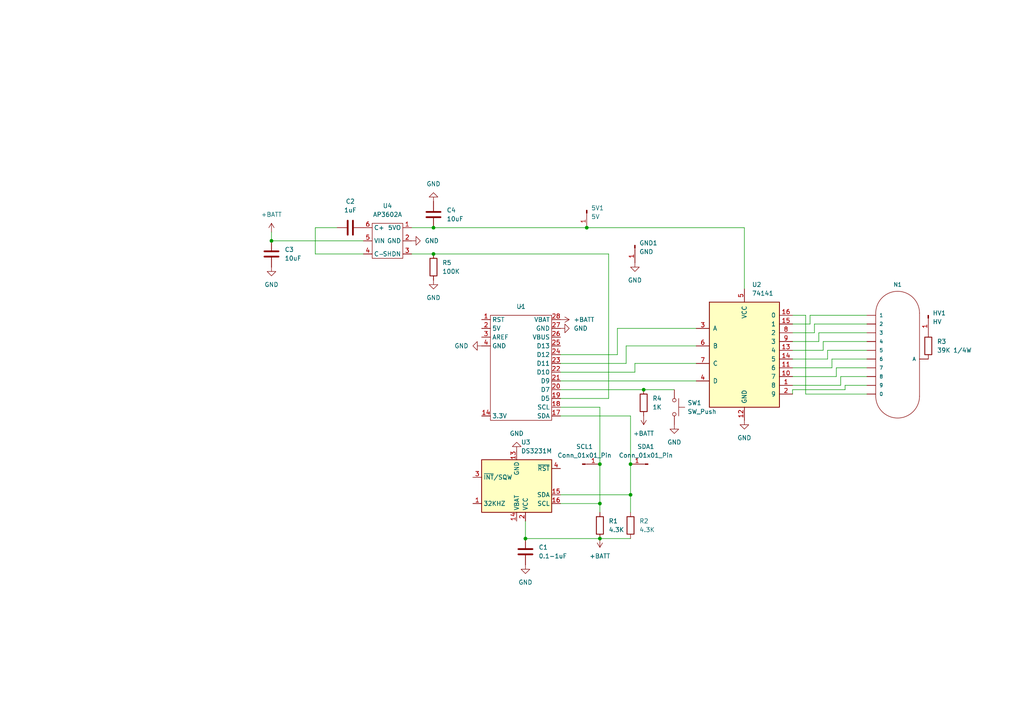
<source format=kicad_sch>
(kicad_sch (version 20230121) (generator eeschema)
  (paper "A4")
  (lib_symbols
    (symbol "CPU:Adafruit_ItsyBitsy"
      (property "Reference" "U" (at 8.89 1.27 0))
      (symbol "Adafruit_ItsyBitsy_0_1"
        (rectangle (start 0 0) (end 17.78 -30.48))
        (rectangle (start 2.54 0) (end 3.81 0))
        (rectangle (start 3.81 0) (end 13.97 0))
        (rectangle (start 13.97 0) (end 16.51 0))
      )
      (symbol "Adafruit_ItsyBitsy_1_1"
        (pin free line (at -2.54 -1.27 0) (length 2.54) (name "RST") (number "1"))
        (pin free line (at -2.54 -29.21 0) (length 2.54) (name "3.3V") (number "14"))
        (pin free line (at 20.32 -29.21 180) (length 2.54) (name "SDA") (number "17"))
        (pin free line (at 20.32 -26.67 180) (length 2.54) (name "SCL") (number "18"))
        (pin free line (at 20.32 -24.13 180) (length 2.54) (name "D5") (number "19"))
        (pin free line (at -2.54 -3.81 0) (length 2.54) (name "5V") (number "2"))
        (pin free line (at 20.32 -21.59 180) (length 2.54) (name "D7") (number "20"))
        (pin free line (at 20.32 -19.05 180) (length 2.54) (name "D9") (number "21"))
        (pin free line (at 20.32 -16.51 180) (length 2.54) (name "D10") (number "22"))
        (pin free line (at 20.32 -13.97 180) (length 2.54) (name "D11") (number "23"))
        (pin free line (at 20.32 -11.43 180) (length 2.54) (name "D12") (number "24"))
        (pin free line (at 20.32 -8.89 180) (length 2.54) (name "D13") (number "25"))
        (pin free line (at 20.32 -6.35 180) (length 2.54) (name "VBUS") (number "26"))
        (pin free line (at 20.32 -3.81 180) (length 2.54) (name "GND") (number "27"))
        (pin input line (at 20.32 -1.27 180) (length 2.54) (name "VBAT") (number "28"))
        (pin free line (at -2.54 -6.35 0) (length 2.54) (name "AREF") (number "3"))
        (pin free line (at -2.54 -8.89 0) (length 2.54) (name "GND") (number "4"))
      )
    )
    (symbol "Connector:Conn_01x01_Pin" (pin_names (offset 1.016) hide)
      (property "Reference" "J" (at 0 2.54 0))
      (property "Value" "Conn_01x01_Pin" (at 0 -2.54 0))
      (symbol "Conn_01x01_Pin_1_1"
        (polyline (pts (xy 1.27 0) (xy 0.8636 0)) (stroke (width 0.1524)))
        (rectangle (start 0.8636 0.127) (end 0 -0.127) (stroke (width 0.1524)) (fill (type outline)))
        (pin passive line (at 5.08 0 180) (length 3.81) (name "Pin_1") (number "1"))
      )
    )
    (symbol "Device:C" (pin_numbers hide) (pin_names (offset 0.254))
      (property "Reference" "C" (at 0.635 2.54 0))
      (property "Value" "C" (at 0.635 -2.54 0))
      (symbol "C_0_1"
        (polyline (pts (xy -2.032 -0.762) (xy 2.032 -0.762)) (stroke (width 0.508)))
        (polyline (pts (xy -2.032 0.762) (xy 2.032 0.762)) (stroke (width 0.508)))
      )
      (symbol "C_1_1"
        (pin passive line (at 0 3.81 270) (length 2.794) (name "~") (number "1"))
        (pin passive line (at 0 -3.81 90) (length 2.794) (name "~") (number "2"))
      )
    )
    (symbol "Device:R" (pin_numbers hide) (pin_names (offset 0))
      (property "Reference" "R" (at 2.032 0 90))
      (property "Value" "R" (at 0 0 90))
      (symbol "R_0_1"
        (rectangle (start -1.016 -2.54) (end 1.016 2.54) (stroke (width 0.254)))
      )
      (symbol "R_1_1"
        (pin passive line (at 0 3.81 270) (length 1.27) (name "~") (number "1"))
        (pin passive line (at 0 -3.81 90) (length 1.27) (name "~") (number "2"))
      )
    )
    (symbol "Regulator_Switching:AP3602A"
      (property "Reference" "U" (at -2.54 3.81 0))
      (property "Value" "AP3602A" (at 0 1.27 0))
      (symbol "AP3602A_0_1"
        (rectangle (start -3.81 0) (end 5.08 -10.16))
      )
      (symbol "AP3602A_1_1"
        (pin bidirectional line (at 7.62 -1.27 180) (length 2.54) (name "5VO") (number "1"))
        (pin bidirectional line (at 7.62 -5.08 180) (length 2.54) (name "GND") (number "2"))
        (pin bidirectional line (at 7.62 -8.89 180) (length 2.54) (name "SHDN") (number "3"))
        (pin bidirectional line (at -6.35 -8.89 0) (length 2.54) (name "C-") (number "4"))
        (pin bidirectional line (at -6.35 -5.08 0) (length 2.54) (name "VIN") (number "5"))
        (pin input line (at -6.35 -1.27 0) (length 2.54) (name "C+") (number "6"))
      )
    )
    (symbol "Switch:SW_Push" (pin_numbers hide) (pin_names (offset 1.016) hide)
      (property "Reference" "SW" (at 1.27 2.54 0))
      (property "Value" "SW_Push" (at 0 -1.524 0))
      (symbol "SW_Push_0_1"
        (circle (center -2.032 0) (radius 0.508))
        (polyline (pts (xy 0 1.27) (xy 0 3.048)))
        (polyline (pts (xy 2.54 1.27) (xy -2.54 1.27)))
        (circle (center 2.032 0) (radius 0.508))
        (pin passive line (at -5.08 0 0) (length 2.54) (name "1") (number "1"))
        (pin passive line (at 5.08 0 180) (length 2.54) (name "2") (number "2"))
      )
    )
    (symbol "Timer_RTC:DS3231M"
      (property "Reference" "U" (at -7.62 8.89 0))
      (property "Value" "DS3231M" (at 10.16 8.89 0))
      (symbol "DS3231M_0_1"
        (rectangle (start -10.16 7.62) (end 10.16 -7.62) (stroke (width 0.254)) (fill (type background)))
      )
      (symbol "DS3231M_1_1"
        (pin open_collector line (at 12.7 5.08 180) (length 2.54) (name "32KHZ") (number "1"))
        (pin passive line (at 0 -10.16 90) (length 2.54) hide (name "GND") (number "10"))
        (pin passive line (at 0 -10.16 90) (length 2.54) hide (name "GND") (number "11"))
        (pin passive line (at 0 -10.16 90) (length 2.54) hide (name "GND") (number "12"))
        (pin power_in line (at 0 -10.16 90) (length 2.54) (name "GND") (number "13"))
        (pin power_in line (at 0 10.16 270) (length 2.54) (name "VBAT") (number "14"))
        (pin bidirectional line (at -12.7 2.54 0) (length 2.54) (name "SDA") (number "15"))
        (pin input line (at -12.7 5.08 0) (length 2.54) (name "SCL") (number "16"))
        (pin power_in line (at -2.54 10.16 270) (length 2.54) (name "VCC") (number "2"))
        (pin open_collector line (at 12.7 -2.54 180) (length 2.54) (name "~{INT}/SQW") (number "3"))
        (pin bidirectional line (at -12.7 -5.08 0) (length 2.54) (name "~{RST}") (number "4"))
        (pin passive line (at 0 -10.16 90) (length 2.54) hide (name "GND") (number "5"))
        (pin passive line (at 0 -10.16 90) (length 2.54) hide (name "GND") (number "6"))
        (pin passive line (at 0 -10.16 90) (length 2.54) hide (name "GND") (number "7"))
        (pin passive line (at 0 -10.16 90) (length 2.54) hide (name "GND") (number "8"))
        (pin passive line (at 0 -10.16 90) (length 2.54) hide (name "GND") (number "9"))
      )
    )
    (symbol "misc_giogziro95:74141" (pin_names (offset 1.016))
      (property "Reference" "U" (at 0 1.27 0))
      (property "Value" "74141" (at 0 -2.54 0))
      (symbol "74141_0_1"
        (rectangle (start -10.16 15.24) (end 10.16 -15.24) (stroke (width 0.254)) (fill (type background)))
      )
      (symbol "74141_1_1"
        (pin output line (at 13.97 -8.89 180) (length 3.81) (name "8") (number "1"))
        (pin output line (at 13.97 -6.35 180) (length 3.81) (name "7") (number "10"))
        (pin output line (at 13.97 -3.81 180) (length 3.81) (name "6") (number "11"))
        (pin power_in line (at 0 -19.05 90) (length 3.81) (name "GND") (number "12"))
        (pin output line (at 13.97 1.27 180) (length 3.81) (name "4") (number "13"))
        (pin output line (at 13.97 -1.27 180) (length 3.81) (name "5") (number "14"))
        (pin output line (at 13.97 8.89 180) (length 3.81) (name "1") (number "15"))
        (pin output line (at 13.97 11.43 180) (length 3.81) (name "0") (number "16"))
        (pin output line (at 13.97 -11.43 180) (length 3.81) (name "9") (number "2"))
        (pin input line (at -13.97 7.62 0) (length 3.81) (name "A") (number "3"))
        (pin input line (at -13.97 -7.62 0) (length 3.81) (name "D") (number "4"))
        (pin power_in line (at 0 19.05 270) (length 3.81) (name "VCC") (number "5"))
        (pin input line (at -13.97 2.54 0) (length 3.81) (name "B") (number "6"))
        (pin input line (at -13.97 -2.54 0) (length 3.81) (name "C") (number "7"))
        (pin output line (at 13.97 6.35 180) (length 3.81) (name "2") (number "8"))
        (pin output line (at 13.97 3.81 180) (length 3.81) (name "3") (number "9"))
      )
    )
    (symbol "nixies-us:IN-17" (pin_numbers hide) (pin_names (offset 1.016))
      (property "Reference" "N" (at -2.54 20.955 0))
      (symbol "IN-17_1_0"
        (polyline (pts (xy -5.08 -10.795) (xy -5.08 13.335)))
        (polyline (pts (xy 7.62 -10.795) (xy 7.62 13.335)))
      )
      (symbol "IN-17_1_1"
        (arc (start -5.08 -10.795) (mid 1.27 -17.1174) (end 7.62 -10.795))
        (arc (start 7.62 13.335) (mid 1.27 19.6574) (end -5.08 13.335))
        (pin bidirectional line (at -7.62 -10.16 0) (length 2.54) (name "0") (number "0"))
        (pin bidirectional line (at -7.62 12.7 0) (length 2.54) (name "1") (number "1"))
        (pin bidirectional line (at -7.62 10.16 0) (length 2.54) (name "2") (number "2"))
        (pin bidirectional line (at -7.62 7.62 0) (length 2.54) (name "3") (number "3"))
        (pin bidirectional line (at -7.62 5.08 0) (length 2.54) (name "4") (number "4"))
        (pin bidirectional line (at -7.62 2.54 0) (length 2.54) (name "5") (number "5"))
        (pin bidirectional line (at -7.62 0 0) (length 2.54) (name "6") (number "6"))
        (pin bidirectional line (at -7.62 -2.54 0) (length 2.54) (name "7") (number "7"))
        (pin bidirectional line (at -7.62 -5.08 0) (length 2.54) (name "8") (number "8"))
        (pin bidirectional line (at -7.62 -7.62 0) (length 2.54) (name "9") (number "9"))
        (pin bidirectional line (at 10.16 0 180) (length 2.54) (name "A") (number "A"))
      )
    )
    (symbol "power:+BATT" (power) (pin_names (offset 0))
      (property "Value" "+BATT" (at 0 3.556 0))
      (symbol "+BATT_0_1"
        (polyline (pts (xy -0.762 1.27) (xy 0 2.54)))
        (polyline (pts (xy 0 0) (xy 0 2.54)))
        (polyline (pts (xy 0 2.54) (xy 0.762 1.27)))
      )
      (symbol "+BATT_1_1"
        (pin power_in line (at 0 0 90) (length 0) hide (name "+BATT") (number "1"))
      )
    )
    (symbol "power:GND" (power) (pin_names (offset 0))
      (property "Value" "GND" (at 0 -3.81 0))
      (symbol "GND_0_1"
        (polyline (pts (xy 0 0) (xy 0 -1.27) (xy 1.27 -1.27) (xy 0 -2.54) (xy -1.27 -1.27) (xy 0 -1.27)))
      )
      (symbol "GND_1_1"
        (pin power_in line (at 0 0 270) (length 0) hide (name "GND") (number "1"))
      )
    )
  )
  (junction (at 173.99 156.21))
  (junction (at 78.74 69.85))
  (junction (at 152.4 156.21))
  (junction (at 173.99 146.05))
  (junction (at 170.18 66.04))
  (junction (at 182.88 134.62))
  (junction (at 125.73 73.66))
  (junction (at 125.73 66.04))
  (junction (at 186.69 113.03))
  (junction (at 182.88 143.51))
  (junction (at 173.99 134.62))
  (wire (pts (xy 242.57 109.22) (xy 242.57 106.68)))
  (wire (pts (xy 182.88 143.51) (xy 182.88 134.62)))
  (wire (pts (xy 243.84 111.76) (xy 243.84 109.22)))
  (wire (pts (xy 241.3 106.68) (xy 241.3 104.14)))
  (wire (pts (xy 181.61 105.41) (xy 181.61 100.33)))
  (wire (pts (xy 91.44 73.66) (xy 105.41 73.66)))
  (wire (pts (xy 173.99 118.11) (xy 162.56 118.11)))
  (wire (pts (xy 97.79 66.04) (xy 91.44 66.04)))
  (wire (pts (xy 236.22 93.98) (xy 251.46 93.98)))
  (wire (pts (xy 119.38 73.66) (xy 125.73 73.66)))
  (wire (pts (xy 240.03 104.14) (xy 240.03 101.6)))
  (wire (pts (xy 234.95 91.44) (xy 251.46 91.44)))
  (wire (pts (xy 179.07 102.87) (xy 179.07 95.25)))
  (wire (pts (xy 173.99 156.21) (xy 182.88 156.21)))
  (wire (pts (xy 162.56 143.51) (xy 182.88 143.51)))
  (wire (pts (xy 229.87 104.14) (xy 240.03 104.14)))
  (wire (pts (xy 184.15 105.41) (xy 201.93 105.41)))
  (wire (pts (xy 241.3 104.14) (xy 251.46 104.14)))
  (wire (pts (xy 242.57 106.68) (xy 251.46 106.68)))
  (wire (pts (xy 229.87 106.68) (xy 241.3 106.68)))
  (wire (pts (xy 162.56 146.05) (xy 173.99 146.05)))
  (wire (pts (xy 162.56 105.41) (xy 181.61 105.41)))
  (wire (pts (xy 243.84 109.22) (xy 251.46 109.22)))
  (wire (pts (xy 176.53 115.57) (xy 162.56 115.57)))
  (wire (pts (xy 233.68 114.3) (xy 251.46 114.3)))
  (wire (pts (xy 173.99 146.05) (xy 173.99 148.59)))
  (wire (pts (xy 229.87 91.44) (xy 233.68 91.44)))
  (wire (pts (xy 173.99 118.11) (xy 173.99 134.62)))
  (wire (pts (xy 215.9 66.04) (xy 215.9 83.82)))
  (wire (pts (xy 186.69 113.03) (xy 195.58 113.03)))
  (wire (pts (xy 179.07 95.25) (xy 201.93 95.25)))
  (wire (pts (xy 78.74 67.31) (xy 78.74 69.85)))
  (wire (pts (xy 238.76 101.6) (xy 238.76 99.06)))
  (wire (pts (xy 229.87 109.22) (xy 242.57 109.22)))
  (wire (pts (xy 170.18 66.04) (xy 215.9 66.04)))
  (wire (pts (xy 229.87 111.76) (xy 243.84 111.76)))
  (wire (pts (xy 233.68 91.44) (xy 233.68 114.3)))
  (wire (pts (xy 234.95 93.98) (xy 234.95 91.44)))
  (wire (pts (xy 162.56 107.95) (xy 184.15 107.95)))
  (wire (pts (xy 152.4 151.13) (xy 152.4 156.21)))
  (wire (pts (xy 229.87 99.06) (xy 237.49 99.06)))
  (wire (pts (xy 162.56 110.49) (xy 201.93 110.49)))
  (wire (pts (xy 229.87 114.3) (xy 229.87 113.03)))
  (wire (pts (xy 240.03 101.6) (xy 251.46 101.6)))
  (wire (pts (xy 162.56 113.03) (xy 186.69 113.03)))
  (wire (pts (xy 229.87 96.52) (xy 236.22 96.52)))
  (wire (pts (xy 237.49 96.52) (xy 251.46 96.52)))
  (wire (pts (xy 119.38 66.04) (xy 125.73 66.04)))
  (wire (pts (xy 125.73 73.66) (xy 176.53 73.66)))
  (wire (pts (xy 152.4 156.21) (xy 173.99 156.21)))
  (wire (pts (xy 125.73 66.04) (xy 170.18 66.04)))
  (wire (pts (xy 229.87 113.03) (xy 245.11 113.03)))
  (wire (pts (xy 173.99 146.05) (xy 173.99 134.62)))
  (wire (pts (xy 238.76 99.06) (xy 251.46 99.06)))
  (wire (pts (xy 245.11 113.03) (xy 245.11 111.76)))
  (wire (pts (xy 181.61 100.33) (xy 201.93 100.33)))
  (wire (pts (xy 229.87 93.98) (xy 234.95 93.98)))
  (wire (pts (xy 237.49 99.06) (xy 237.49 96.52)))
  (wire (pts (xy 162.56 102.87) (xy 179.07 102.87)))
  (wire (pts (xy 182.88 134.62) (xy 182.88 120.65)))
  (wire (pts (xy 78.74 69.85) (xy 105.41 69.85)))
  (wire (pts (xy 176.53 73.66) (xy 176.53 115.57)))
  (wire (pts (xy 229.87 101.6) (xy 238.76 101.6)))
  (wire (pts (xy 91.44 66.04) (xy 91.44 73.66)))
  (wire (pts (xy 182.88 143.51) (xy 182.88 148.59)))
  (wire (pts (xy 236.22 96.52) (xy 236.22 93.98)))
  (wire (pts (xy 245.11 111.76) (xy 251.46 111.76)))
  (wire (pts (xy 184.15 107.95) (xy 184.15 105.41)))
  (wire (pts (xy 182.88 120.65) (xy 162.56 120.65)))
  (symbol (lib_id "power:GND") (at 125.73 81.28 0) (unit 1)
    (property "Reference" "#PWR015" (effects hide))
    (property "Value" "GND" (at 125.73 86.36 0))
  )
  (symbol (lib_id "power:GND") (at 215.9 121.92 0) (unit 1)
    (property "Reference" "#PWR011" (effects hide))
    (property "Value" "GND" (at 215.9 127 0))
  )
  (symbol (lib_id "CPU:Adafruit_ItsyBitsy") (at 142.24 91.44 0) (unit 1)
    (property "Reference" "U1" (at 151.13 88.9 0))
    (property "Value" "~" (at 151.13 88.9 0))
    (property "Footprint" "Package_DIP:DIP-28_W15.24mm" (effects hide))
  )
  (symbol (lib_id "Connector:Conn_01x01_Pin") (at 187.96 134.62 180) (unit 1)
    (property "Reference" "SDA1" (at 187.325 129.54 0))
    (property "Value" "Conn_01x01_Pin" (at 187.325 132.08 0))
    (property "Footprint" "TestPoint:TestPoint_Pad_D1.5mm" (effects hide))
  )
  (symbol (lib_id "Device:R") (at 173.99 152.4 0) (unit 1)
    (property "Reference" "R1" (at 176.53 151.13 0) (effects (justify left)))
    (property "Value" "4.3K" (at 176.53 153.67 0) (effects (justify left)))
    (property "Footprint" "Resistor_SMD:R_0805_2012Metric_Pad1.20x1.40mm_HandSolder" (effects hide))
  )
  (symbol (lib_id "power:+BATT") (at 173.99 156.21 180) (unit 1)
    (property "Reference" "#PWR05" (effects hide))
    (property "Value" "+BATT" (at 173.99 161.29 0))
  )
  (symbol (lib_id "power:+BATT") (at 162.56 92.71 270) (unit 1)
    (property "Reference" "#PWR01" (effects hide))
    (property "Value" "+BATT" (at 166.37 92.71 90) (effects (justify left)))
  )
  (symbol (lib_id "power:GND") (at 125.73 58.42 180) (unit 1)
    (property "Reference" "#PWR010" (effects hide))
    (property "Value" "GND" (at 125.73 53.34 0))
  )
  (symbol (lib_id "Timer_RTC:DS3231M") (at 149.86 140.97 180) (unit 1)
    (property "Reference" "U3" (at 151.13 128.27 0) (effects (justify right)))
    (property "Value" "DS3231M" (at 151.13 130.81 0) (effects (justify right)))
    (property "Footprint" "Package_SO:SOIC-16W_7.5x10.3mm_P1.27mm" (effects hide))
    (property "Datasheet" "http://datasheets.maximintegrated.com/en/ds/DS3231.pdf" (effects hide))
  )
  (symbol (lib_id "power:GND") (at 119.38 69.85 90) (unit 1)
    (property "Reference" "#PWR012" (effects hide))
    (property "Value" "GND" (at 123.19 69.85 90) (effects (justify right)))
  )
  (symbol (lib_id "Device:C") (at 152.4 160.02 0) (unit 1)
    (property "Reference" "C1" (at 156.21 158.75 0) (effects (justify left)))
    (property "Value" "0.1-1uF" (at 156.21 161.29 0) (effects (justify left)))
    (property "Footprint" "Capacitor_SMD:C_0805_2012Metric_Pad1.18x1.45mm_HandSolder" (effects hide))
  )
  (symbol (lib_id "Device:R") (at 186.69 116.84 0) (unit 1)
    (property "Reference" "R4" (at 189.23 115.57 0) (effects (justify left)))
    (property "Value" "1K" (at 189.23 118.11 0) (effects (justify left)))
    (property "Footprint" "Resistor_SMD:R_0805_2012Metric_Pad1.20x1.40mm_HandSolder" (effects hide))
  )
  (symbol (lib_id "nixies-us:IN-17") (at 259.08 104.14 0) (unit 1)
    (property "Reference" "N1" (at 260.35 82.55 0) (effects (font (size 1.143 1.143))))
    (property "Value" "IN-17" (effects hide))
    (property "Footprint" "nixies-us:nixies-us-IN-17" (effects hide))
  )
  (symbol (lib_id "Regulator_Switching:AP3602A") (at 111.76 64.77 0) (unit 1)
    (property "Reference" "U4" (at 112.395 59.69 0))
    (property "Value" "AP3602A" (at 112.395 62.23 0))
    (property "Footprint" "Package_TO_SOT_SMD:SOT-23-6_Handsoldering" (effects hide))
  )
  (symbol (lib_id "Device:R") (at 182.88 152.4 0) (unit 1)
    (property "Reference" "R2" (at 185.42 151.13 0) (effects (justify left)))
    (property "Value" "4.3K" (at 185.42 153.67 0) (effects (justify left)))
    (property "Footprint" "Resistor_SMD:R_0805_2012Metric_Pad1.20x1.40mm_HandSolder" (effects hide))
  )
  (symbol (lib_id "power:GND") (at 149.86 130.81 180) (unit 1)
    (property "Reference" "#PWR07" (effects hide))
    (property "Value" "GND" (at 149.86 125.73 0))
  )
  (symbol (lib_id "Connector:Conn_01x01_Pin") (at 269.24 91.44 270) (unit 1)
    (property "Reference" "HV1" (at 270.51 90.805 90) (effects (justify left)))
    (property "Value" "HV" (at 270.51 93.345 90) (effects (justify left)))
    (property "Footprint" "TestPoint:TestPoint_THTPad_1.5x1.5mm_Drill0.7mm" (effects hide))
  )
  (symbol (lib_id "Device:R") (at 269.24 100.33 0) (unit 1)
    (property "Reference" "R3" (at 271.78 99.06 0) (effects (justify left)))
    (property "Value" "39K 1/4W" (at 271.78 101.6 0) (effects (justify left)))
    (property "Footprint" "Resistor_THT:R_Axial_DIN0207_L6.3mm_D2.5mm_P7.62mm_Horizontal" (effects hide))
  )
  (symbol (lib_id "power:GND") (at 184.15 76.2 0) (unit 1)
    (property "Reference" "#PWR013" (effects hide))
    (property "Value" "GND" (at 184.15 81.28 0))
  )
  (symbol (lib_id "Device:R") (at 125.73 77.47 0) (unit 1)
    (property "Reference" "R5" (at 128.27 76.2 0) (effects (justify left)))
    (property "Value" "100K" (at 128.27 78.74 0) (effects (justify left)))
    (property "Footprint" "Resistor_SMD:R_0805_2012Metric_Pad1.20x1.40mm_HandSolder" (effects hide))
  )
  (symbol (lib_id "power:+BATT") (at 78.74 67.31 0) (unit 1)
    (property "Reference" "#PWR09" (effects hide))
    (property "Value" "+BATT" (at 78.74 62.23 0))
  )
  (symbol (lib_id "power:GND") (at 152.4 163.83 0) (unit 1)
    (property "Reference" "#PWR06" (effects hide))
    (property "Value" "GND" (at 152.4 168.91 0))
  )
  (symbol (lib_id "Connector:Conn_01x01_Pin") (at 168.91 134.62 0) (unit 1)
    (property "Reference" "SCL1" (at 169.545 129.54 0))
    (property "Value" "Conn_01x01_Pin" (at 169.545 132.08 0))
    (property "Footprint" "TestPoint:TestPoint_Pad_D1.5mm" (effects hide))
  )
  (symbol (lib_id "Device:C") (at 125.73 62.23 0) (unit 1)
    (property "Reference" "C4" (at 129.54 60.96 0) (effects (justify left)))
    (property "Value" "10uF" (at 129.54 63.5 0) (effects (justify left)))
    (property "Footprint" "Capacitor_SMD:C_0805_2012Metric_Pad1.18x1.45mm_HandSolder" (effects hide))
  )
  (symbol (lib_id "power:GND") (at 139.7 100.33 270) (unit 1)
    (property "Reference" "#PWR02" (effects hide))
    (property "Value" "GND" (at 135.89 100.33 90) (effects (justify right)))
  )
  (symbol (lib_id "Device:C") (at 101.6 66.04 90) (unit 1)
    (property "Reference" "C2" (at 101.6 58.42 90))
    (property "Value" "1uF" (at 101.6 60.96 90))
    (property "Footprint" "Capacitor_SMD:C_0805_2012Metric_Pad1.18x1.45mm_HandSolder" (effects hide))
  )
  (symbol (lib_id "power:GND") (at 162.56 95.25 90) (unit 1)
    (property "Reference" "#PWR03" (effects hide))
    (property "Value" "GND" (at 166.37 95.25 90) (effects (justify right)))
  )
  (symbol (lib_id "Connector:Conn_01x01_Pin") (at 184.15 71.12 270) (unit 1)
    (property "Reference" "GND1" (at 185.42 70.485 90) (effects (justify left)))
    (property "Value" "GND" (at 185.42 73.025 90) (effects (justify left)))
    (property "Footprint" "TestPoint:TestPoint_THTPad_1.5x1.5mm_Drill0.7mm" (effects hide))
  )
  (symbol (lib_id "Switch:SW_Push") (at 195.58 118.11 270) (unit 1)
    (property "Reference" "SW1" (at 199.39 116.84 90) (effects (justify left)))
    (property "Value" "SW_Push" (at 199.39 119.38 90) (effects (justify left)))
    (property "Footprint" "Button_Switch_THT:SW_PUSH_6mm_H4.3mm" (effects hide))
  )
  (symbol (lib_id "Device:C") (at 78.74 73.66 0) (unit 1)
    (property "Reference" "C3" (at 82.55 72.39 0) (effects (justify left)))
    (property "Value" "10uF" (at 82.55 74.93 0) (effects (justify left)))
    (property "Footprint" "Capacitor_SMD:C_0805_2012Metric_Pad1.18x1.45mm_HandSolder" (effects hide))
  )
  (symbol (lib_id "power:GND") (at 195.58 123.19 0) (unit 1)
    (property "Reference" "#PWR04" (effects hide))
    (property "Value" "GND" (at 195.58 128.27 0))
  )
  (symbol (lib_id "Connector:Conn_01x01_Pin") (at 170.18 60.96 270) (unit 1)
    (property "Reference" "5V1" (at 171.45 60.325 90) (effects (justify left)))
    (property "Value" "5V" (at 171.45 62.865 90) (effects (justify left)))
    (property "Footprint" "TestPoint:TestPoint_THTPad_1.5x1.5mm_Drill0.7mm" (effects hide))
  )
  (symbol (lib_id "power:+BATT") (at 186.69 120.65 180) (unit 1)
    (property "Reference" "#PWR014" (effects hide))
    (property "Value" "+BATT" (at 186.69 125.73 0))
  )
  (symbol (lib_id "misc_giogziro95:74141") (at 215.9 102.87 0) (unit 1)
    (property "Reference" "U2" (at 218.0941 82.55 0) (effects (justify left)))
    (property "Value" "74141" (at 218.0941 85.09 0) (effects (justify left)))
    (property "Footprint" "Package_DIP:DIP-16_W7.62mm" (effects hide))
  )
  (symbol (lib_id "power:GND") (at 78.74 77.47 0) (unit 1)
    (property "Reference" "#PWR08" (effects hide))
    (property "Value" "GND" (at 78.74 82.55 0))
  )
)
</source>
